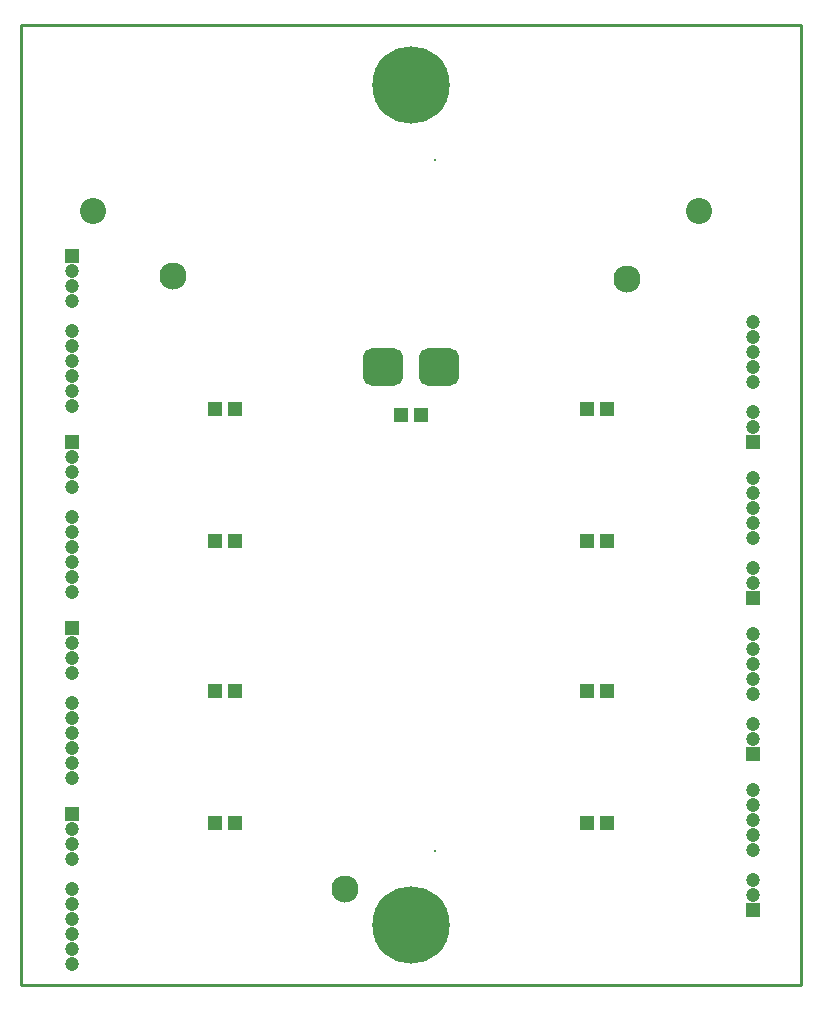
<source format=gbs>
G04 Layer_Color=16711935*
%FSLAX25Y25*%
%MOIN*%
G70*
G01*
G75*
%ADD17C,0.01000*%
%ADD291C,0.04737*%
%ADD292R,0.04737X0.04737*%
%ADD293C,0.09055*%
%ADD294C,0.25800*%
%ADD295C,0.00800*%
%ADD296C,0.08674*%
%ADD297R,0.04540X0.04737*%
G04:AMPARAMS|DCode=298|XSize=128.11mil|YSize=134.02mil|CornerRadius=34.53mil|HoleSize=0mil|Usage=FLASHONLY|Rotation=90.000|XOffset=0mil|YOffset=0mil|HoleType=Round|Shape=RoundedRectangle|*
%AMROUNDEDRECTD298*
21,1,0.12811,0.06496,0,0,90.0*
21,1,0.05906,0.13402,0,0,90.0*
1,1,0.06906,0.03248,0.02953*
1,1,0.06906,0.03248,-0.02953*
1,1,0.06906,-0.03248,-0.02953*
1,1,0.06906,-0.03248,0.02953*
%
%ADD298ROUNDEDRECTD298*%
D17*
X0Y0D02*
X260000D01*
Y320000D01*
X0D02*
X260000D01*
X0Y0D02*
Y320000D01*
D291*
X244000Y221000D02*
D03*
Y216000D02*
D03*
Y211000D02*
D03*
Y206000D02*
D03*
Y201000D02*
D03*
Y191000D02*
D03*
Y186000D02*
D03*
Y169000D02*
D03*
Y164000D02*
D03*
Y159000D02*
D03*
Y154000D02*
D03*
Y149000D02*
D03*
Y139000D02*
D03*
Y134000D02*
D03*
Y117000D02*
D03*
Y112000D02*
D03*
Y107000D02*
D03*
Y102000D02*
D03*
Y97000D02*
D03*
Y87000D02*
D03*
Y82000D02*
D03*
Y65000D02*
D03*
Y60000D02*
D03*
Y55000D02*
D03*
Y50000D02*
D03*
Y45000D02*
D03*
Y35000D02*
D03*
Y30000D02*
D03*
X17000Y7000D02*
D03*
Y12000D02*
D03*
Y17000D02*
D03*
Y22000D02*
D03*
Y27000D02*
D03*
Y32000D02*
D03*
Y42000D02*
D03*
Y47000D02*
D03*
Y52000D02*
D03*
Y69000D02*
D03*
Y74000D02*
D03*
Y79000D02*
D03*
Y84000D02*
D03*
Y89000D02*
D03*
Y94000D02*
D03*
Y104000D02*
D03*
Y109000D02*
D03*
Y114000D02*
D03*
Y131000D02*
D03*
Y136000D02*
D03*
Y141000D02*
D03*
Y146000D02*
D03*
Y151000D02*
D03*
Y156000D02*
D03*
Y166000D02*
D03*
Y171000D02*
D03*
Y176000D02*
D03*
Y193000D02*
D03*
Y198000D02*
D03*
Y203000D02*
D03*
Y208000D02*
D03*
Y213000D02*
D03*
Y218000D02*
D03*
Y228000D02*
D03*
Y233000D02*
D03*
Y238000D02*
D03*
D292*
X244000Y181000D02*
D03*
Y129000D02*
D03*
Y77000D02*
D03*
Y25000D02*
D03*
X17000Y57000D02*
D03*
Y119000D02*
D03*
Y181000D02*
D03*
Y243000D02*
D03*
D293*
X202000Y235500D02*
D03*
X50500Y236500D02*
D03*
X108000Y32000D02*
D03*
D294*
X130000Y19996D02*
D03*
Y300004D02*
D03*
D295*
X137992Y275118D02*
D03*
Y44882D02*
D03*
D296*
X24000Y258000D02*
D03*
X226000D02*
D03*
D297*
X64752Y192000D02*
D03*
X71248D02*
D03*
X126752Y190000D02*
D03*
X133248D02*
D03*
X64752Y148000D02*
D03*
X71248D02*
D03*
X64752Y98000D02*
D03*
X71248D02*
D03*
X64752Y54000D02*
D03*
X71248D02*
D03*
X188752Y192000D02*
D03*
X195248D02*
D03*
X188752Y148000D02*
D03*
X195248D02*
D03*
X188752Y98000D02*
D03*
X195248D02*
D03*
X188752Y54000D02*
D03*
X195248D02*
D03*
D298*
X120551Y206000D02*
D03*
X139449D02*
D03*
M02*

</source>
